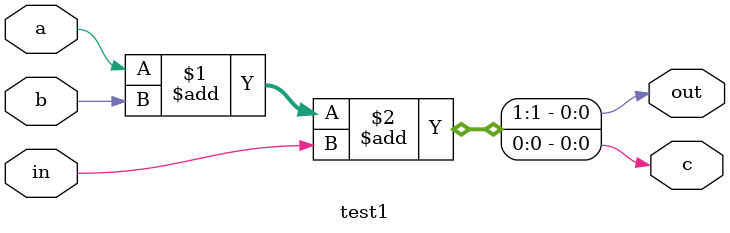
<source format=v>
module test1(
	input a,b,in,
    output c,out
);
    assign {out, c} = a + b + in;
endmodule

</source>
